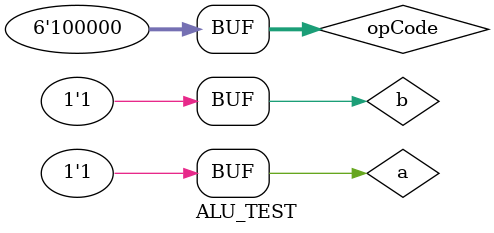
<source format=v>
`timescale 1ns / 1ps

// testbench
module ALU_TEST();
  reg [31:0] A, B;
  reg [5:0] opCode;
  
  wire [31:0] ans1;
  wire ans2, Z, N;
  
  ALU Alu(A, B, opCode, ans1, ans2, Z, N);
  
  initial
    begin
      
      $monitor("\n\n=========Full Adder==========");
      $monitor("opCode    A      B     ans1     ans2      Z     N");
      #5 opCode = 6'b010000 ; a=32'h00000001 ; b=32'h00000001;
      $monitor("%b  %h  %h  |  %h  %d    %d  %d", opCode, A, B, ans1, ans2, Z, N);
      #5 opCode = 6'b010000 ; a=-32'hffffffff ; b=32'h00000001;
      $monitor("%b  %h  %h  |  %h  %d    %d  %d", opCode, A, B, ans1, ans2, Z, N);
      #5 opCode = 6'b010000 ; a=32'hffffffff ; b=32'hfffffffe;
      $monitor("%b  %h  %h  |  %h  %d    %d  %d", opCode, A, B, ans1, ans2, Z, N);
      
      $monitor("\n\n=========Full Subtractor==========");
      $monitor("opCode    A      B     ans1     ans2      Z     N");
      #5 opCode = 6'b010001 ; a=32'h00000001 ; b=32'h00000001;
      $monitor("%b  %h  %h  |  %h  %d    %d  %d", opCode, A, B, ans1, ans2, Z, N);
      #5 opCode = 6'b010001 ; a=-32'hffffffff ; b=32'h00000001;
      $monitor("%b  %h  %h  |  %h  %d    %d  %d", opCode, A, B, ans1, ans2, Z, N);
      #5 opCode = 6'b010001 ; a=32'hffffffff ; b=32'hfffffffe;
      $monitor("%b  %h  %h  |  %h  %d    %d  %d", opCode, A, B, ans1, ans2, Z, N);
      
      $monitor("\n\n=========Equality==========");
      $monitor("opCode    A      B     ans1     ans2      Z     N");
      #5 opCode = 6'b100000 ; a=32'h00000001 ; b=32'h00000001;
      $monitor("%b  %h  %h  |  %h  %d    %d  %d", opCode, A, B, ans1, ans2, Z, N);
      #5 opCode = 6'b100000 ; a=-32'hffffffff ; b=32'hfffffffe;
      $monitor("%b  %h  %h  |  %h  %d    %d  %d", opCode, A, B, ans1, ans2, Z, N);
      #5 opCode = 6'b100000 ; a=32'hffffffff ; b=32'h00000001;
      $monitor("%b  %h  %h  |  %h  %d    %d  %d", opCode, A, B, ans1, ans2, Z, N);
      
      $monitor("\n\n=========InEquality==========");
      $monitor("opCode    A      B     ans1     ans2      Z     N");
      #5 opCode = 6'b100001 ; a=32'h00000001 ; b=32'h00000001;
      $monitor("%b  %h  %h  |  %h  %d    %d  %d", opCode, A, B, ans1, ans2, Z, N);
      #5 opCode = 6'b100001 ; a=-32'hffffffff ; b=32'hfffffffe;
      $monitor("%b  %h  %h  |  %h  %d    %d  %d", opCode, A, B, ans1, ans2, Z, N);
      #5 opCode = 6'b100001 ; a=32'hffffffff ; b=32'h00000001;
      $monitor("%b  %h  %h  |  %h  %d    %d  %d", opCode, A, B, ans1, ans2, Z, N);
      
      $monitor("\n\n=========Less Than or Equal to==========");
      $monitor("opCode    A      B     ans1     ans2      Z     N");
      #5 opCode = 6'b100010 ; a=32'h00000001 ; b=32'h00000002;
      $monitor("%b  %h  %h  |  %h  %d    %d  %d", opCode, A, B, ans1, ans2, Z, N);
      #5 opCode = 6'b100010 ; a=-32'hffffffff ; b=32'hfffffffe;
      $monitor("%b  %h  %h  |  %h  %d    %d  %d", opCode, A, B, ans1, ans2, Z, N);
      #5 opCode = 6'b100010 ; a=32'hffffffff ; b=32'h00000001;
      $monitor("%b  %h  %h  |  %h  %d    %d  %d", opCode, A, B, ans1, ans2, Z, N);
      
      $monitor("\n\n=========Greater Than==========");
      $monitor("opCode    A      B     ans1     ans2      Z     N");
      #5 opCode = 6'b100011 ; a=32'h00000001 ; b=32'h00000002;
      $monitor("%b  %h  %h  |  %h  %d    %d  %d", opCode, A, B, ans1, ans2, Z, N);
      #5 opCode = 6'b100011 ; a=-32'hffffffff ; b=32'hfffffffe;
      $monitor("%b  %h  %h  |  %h  %d    %d  %d", opCode, A, B, ans1, ans2, Z, N);
      #5 opCode = 6'b100011 ; a=32'hffffffff ; b=32'h00000001;
      $monitor("%b  %h  %h  |  %h  %d    %d  %d", opCode, A, B, ans1, ans2, Z, N);
      
      $monitor("\n\n=========Logical Left Shift==========");
      $monitor("opCode    A      B     ans1     ans2      Z     N");
      #5 opCode = 6'b100000 ; a=32'h00010000 ; b=32'h00000001;
      $monitor("%b  %h  %h  |  %h  %d    %d  %d", opCode, A, B, ans1, ans2, Z, N);
      #5 opCode = 6'b100000 ; a=32'hffffffff ; b=-32'hfffffffe;
      $monitor("%b  %h  %h  |  %h  %d    %d  %d", opCode, A, B, ans1, ans2, Z, N);
      #5 opCode = 6'b100000 ; a=32'hffffffff ; b=32'h00000001;
      $monitor("%b  %h  %h  |  %h  %d    %d  %d", opCode, A, B, ans1, ans2, Z, N);
      
      $monitor("\n\n=========Logical Right Shift==========");
      $monitor("opCode    A      B     ans1     ans2      Z     N");
      #5 opCode = 6'b100000 ; a=32'h00000001 ; b=32'h00000001;
      $monitor("%b  %h  %h  |  %h  %d    %d  %d", opCode, A, B, ans1, ans2, Z, N);
      #5 opCode = 6'b100000 ; a=32'hffffffff ; b=-32'hfffffffe;
      $monitor("%b  %h  %h  |  %h  %d    %d  %d", opCode, A, B, ans1, ans2, Z, N);
      #5 opCode = 6'b100000 ; a=32'hffffffff ; b=32'h00000001;
      $monitor("%b  %h  %h  |  %h  %d    %d  %d", opCode, A, B, ans1, ans2, Z, N);
      
      $monitor("\n\n=========Arithmetic Right Shift==========");
      $monitor("opCode    A      B     ans1     ans2      Z     N");
      #5 opCode = 6'b100000 ; a=32'h00000001 ; b=32'h00000001;
      $monitor("%b  %h  %h  |  %h  %d    %d  %d", opCode, A, B, ans1, ans2, Z, N);
      #5 opCode = 6'b100000 ; a=32'hffffffff ; b=-32'hfffffffe;
      $monitor("%b  %h  %h  |  %h  %d    %d  %d", opCode, A, B, ans1, ans2, Z, N);
      #5 opCode = 6'b100000 ; a=32'hffffffff ; b=32'h00000001;
      $monitor("%b  %h  %h  |  %h  %d    %d  %d", opCode, A, B, ans1, ans2, Z, N);
      
      
    end
endmodule

</source>
